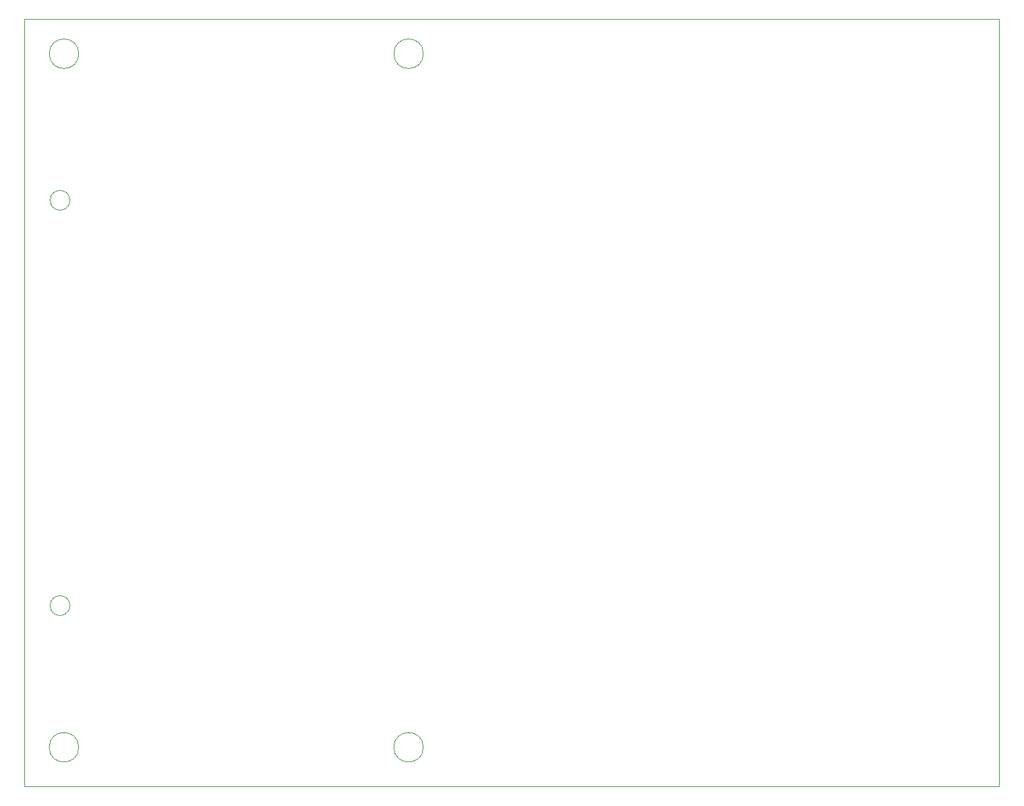
<source format=gbr>
%TF.GenerationSoftware,KiCad,Pcbnew,7.0.2-6a45011f42~172~ubuntu22.04.1*%
%TF.CreationDate,2023-05-20T19:06:32+02:00*%
%TF.ProjectId,qdisk_v4,71646973-6b5f-4763-942e-6b696361645f,00*%
%TF.SameCoordinates,Original*%
%TF.FileFunction,Profile,NP*%
%FSLAX46Y46*%
G04 Gerber Fmt 4.6, Leading zero omitted, Abs format (unit mm)*
G04 Created by KiCad (PCBNEW 7.0.2-6a45011f42~172~ubuntu22.04.1) date 2023-05-20 19:06:32*
%MOMM*%
%LPD*%
G01*
G04 APERTURE LIST*
%TA.AperFunction,Profile*%
%ADD10C,0.050000*%
%TD*%
G04 APERTURE END LIST*
D10*
X197612000Y-44323000D02*
X71882000Y-44323000D01*
X77724000Y-67691000D02*
G75*
G03*
X77724000Y-67691000I-1270000J0D01*
G01*
X77724000Y-120015000D02*
G75*
G03*
X77724000Y-120015000I-1270000J0D01*
G01*
X78867000Y-48768000D02*
G75*
G03*
X78867000Y-48768000I-1905000J0D01*
G01*
X123317000Y-138303000D02*
G75*
G03*
X123317000Y-138303000I-1905000J0D01*
G01*
X197612000Y-143383000D02*
X197612000Y-44323000D01*
X71882000Y-44323000D02*
X71882000Y-143383000D01*
X123317000Y-48768000D02*
G75*
G03*
X123317000Y-48768000I-1905000J0D01*
G01*
X71882000Y-143383000D02*
X197612000Y-143383000D01*
X78867000Y-138303000D02*
G75*
G03*
X78867000Y-138303000I-1905000J0D01*
G01*
M02*

</source>
